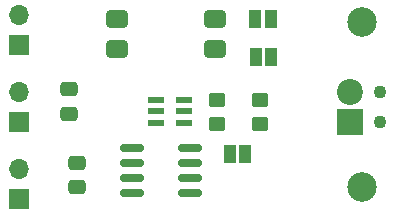
<source format=gts>
G04 #@! TF.GenerationSoftware,KiCad,Pcbnew,7.0.2*
G04 #@! TF.CreationDate,2023-05-22T14:58:51+02:00*
G04 #@! TF.ProjectId,relaismsofet correctie,72656c61-6973-46d7-936f-66657420636f,rev?*
G04 #@! TF.SameCoordinates,Original*
G04 #@! TF.FileFunction,Soldermask,Top*
G04 #@! TF.FilePolarity,Negative*
%FSLAX46Y46*%
G04 Gerber Fmt 4.6, Leading zero omitted, Abs format (unit mm)*
G04 Created by KiCad (PCBNEW 7.0.2) date 2023-05-22 14:58:51*
%MOMM*%
%LPD*%
G01*
G04 APERTURE LIST*
G04 Aperture macros list*
%AMRoundRect*
0 Rectangle with rounded corners*
0 $1 Rounding radius*
0 $2 $3 $4 $5 $6 $7 $8 $9 X,Y pos of 4 corners*
0 Add a 4 corners polygon primitive as box body*
4,1,4,$2,$3,$4,$5,$6,$7,$8,$9,$2,$3,0*
0 Add four circle primitives for the rounded corners*
1,1,$1+$1,$2,$3*
1,1,$1+$1,$4,$5*
1,1,$1+$1,$6,$7*
1,1,$1+$1,$8,$9*
0 Add four rect primitives between the rounded corners*
20,1,$1+$1,$2,$3,$4,$5,0*
20,1,$1+$1,$4,$5,$6,$7,0*
20,1,$1+$1,$6,$7,$8,$9,0*
20,1,$1+$1,$8,$9,$2,$3,0*%
G04 Aperture macros list end*
%ADD10R,1.000000X1.500000*%
%ADD11RoundRect,0.375000X0.575000X0.375000X-0.575000X0.375000X-0.575000X-0.375000X0.575000X-0.375000X0*%
%ADD12C,2.500000*%
%ADD13RoundRect,0.041300X-0.643700X-0.253700X0.643700X-0.253700X0.643700X0.253700X-0.643700X0.253700X0*%
%ADD14RoundRect,0.250000X-0.450000X0.350000X-0.450000X-0.350000X0.450000X-0.350000X0.450000X0.350000X0*%
%ADD15RoundRect,0.250000X0.475000X-0.337500X0.475000X0.337500X-0.475000X0.337500X-0.475000X-0.337500X0*%
%ADD16C,1.100000*%
%ADD17R,2.200000X2.200000*%
%ADD18C,2.200000*%
%ADD19RoundRect,0.250000X-0.475000X0.337500X-0.475000X-0.337500X0.475000X-0.337500X0.475000X0.337500X0*%
%ADD20RoundRect,0.150000X0.825000X0.150000X-0.825000X0.150000X-0.825000X-0.150000X0.825000X-0.150000X0*%
%ADD21R,1.700000X1.700000*%
%ADD22O,1.700000X1.700000*%
G04 APERTURE END LIST*
D10*
X99825000Y-86200000D03*
X101125000Y-86200000D03*
X101975000Y-74800000D03*
X103275000Y-74800000D03*
D11*
X90274996Y-74805000D03*
X90274996Y-77345000D03*
X98574996Y-77345000D03*
X98574996Y-74805000D03*
D12*
X111000000Y-89000000D03*
D10*
X103300000Y-77950000D03*
X102000000Y-77950000D03*
D13*
X93550000Y-81650000D03*
X93550000Y-82600000D03*
X93550000Y-83550000D03*
X95900000Y-83550000D03*
X95900000Y-82600000D03*
X95900000Y-81650000D03*
D14*
X102325000Y-81625000D03*
X102325000Y-83625000D03*
X98725000Y-81625000D03*
X98725000Y-83625000D03*
D15*
X86207600Y-82774700D03*
X86207600Y-80699700D03*
D16*
X112540000Y-83500000D03*
X112540000Y-80960000D03*
D17*
X110000000Y-83500000D03*
D18*
X110000000Y-80960000D03*
D19*
X86868000Y-86962500D03*
X86868000Y-89037500D03*
D12*
X111000000Y-75000000D03*
D20*
X96450000Y-89505000D03*
X96450000Y-88235000D03*
X96450000Y-86965000D03*
X96450000Y-85695000D03*
X91500000Y-85695000D03*
X91500000Y-86965000D03*
X91500000Y-88235000D03*
X91500000Y-89505000D03*
D21*
X82000000Y-77000000D03*
D22*
X82000000Y-74460000D03*
D21*
X82000000Y-83500000D03*
D22*
X82000000Y-80960000D03*
D21*
X82000000Y-90000000D03*
D22*
X82000000Y-87460000D03*
M02*

</source>
